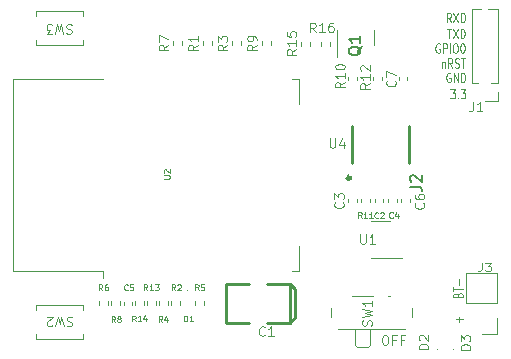
<source format=gbr>
%TF.GenerationSoftware,KiCad,Pcbnew,(6.0.2)*%
%TF.CreationDate,2022-02-22T23:34:33+08:00*%
%TF.ProjectId,screen,73637265-656e-42e6-9b69-6361645f7063,rev?*%
%TF.SameCoordinates,Original*%
%TF.FileFunction,Legend,Top*%
%TF.FilePolarity,Positive*%
%FSLAX46Y46*%
G04 Gerber Fmt 4.6, Leading zero omitted, Abs format (unit mm)*
G04 Created by KiCad (PCBNEW (6.0.2)) date 2022-02-22 23:34:33*
%MOMM*%
%LPD*%
G01*
G04 APERTURE LIST*
%ADD10C,0.100000*%
%ADD11C,0.150000*%
%ADD12C,0.120000*%
%ADD13C,0.254000*%
%ADD14C,0.300000*%
G04 APERTURE END LIST*
D10*
X134521428Y-43451904D02*
X134892857Y-43451904D01*
X134692857Y-43756666D01*
X134778571Y-43756666D01*
X134835714Y-43794761D01*
X134864285Y-43832857D01*
X134892857Y-43909047D01*
X134892857Y-44099523D01*
X134864285Y-44175714D01*
X134835714Y-44213809D01*
X134778571Y-44251904D01*
X134607142Y-44251904D01*
X134550000Y-44213809D01*
X134521428Y-44175714D01*
X135150000Y-44175714D02*
X135178571Y-44213809D01*
X135150000Y-44251904D01*
X135121428Y-44213809D01*
X135150000Y-44175714D01*
X135150000Y-44251904D01*
X135378571Y-43451904D02*
X135750000Y-43451904D01*
X135550000Y-43756666D01*
X135635714Y-43756666D01*
X135692857Y-43794761D01*
X135721428Y-43832857D01*
X135750000Y-43909047D01*
X135750000Y-44099523D01*
X135721428Y-44175714D01*
X135692857Y-44213809D01*
X135635714Y-44251904D01*
X135464285Y-44251904D01*
X135407142Y-44213809D01*
X135378571Y-44175714D01*
X135152857Y-60897142D02*
X135190952Y-60811428D01*
X135229047Y-60782857D01*
X135305238Y-60754285D01*
X135419523Y-60754285D01*
X135495714Y-60782857D01*
X135533809Y-60811428D01*
X135571904Y-60868571D01*
X135571904Y-61097142D01*
X134771904Y-61097142D01*
X134771904Y-60897142D01*
X134810000Y-60840000D01*
X134848095Y-60811428D01*
X134924285Y-60782857D01*
X135000476Y-60782857D01*
X135076666Y-60811428D01*
X135114761Y-60840000D01*
X135152857Y-60897142D01*
X135152857Y-61097142D01*
X134771904Y-60582857D02*
X134771904Y-60240000D01*
X135571904Y-60411428D02*
X134771904Y-60411428D01*
X135267142Y-60040000D02*
X135267142Y-59582857D01*
X128918095Y-64311904D02*
X129070476Y-64311904D01*
X129146666Y-64350000D01*
X129222857Y-64426190D01*
X129260952Y-64578571D01*
X129260952Y-64845238D01*
X129222857Y-64997619D01*
X129146666Y-65073809D01*
X129070476Y-65111904D01*
X128918095Y-65111904D01*
X128841904Y-65073809D01*
X128765714Y-64997619D01*
X128727619Y-64845238D01*
X128727619Y-64578571D01*
X128765714Y-64426190D01*
X128841904Y-64350000D01*
X128918095Y-64311904D01*
X129870476Y-64692857D02*
X129603809Y-64692857D01*
X129603809Y-65111904D02*
X129603809Y-64311904D01*
X129984761Y-64311904D01*
X130556190Y-64692857D02*
X130289523Y-64692857D01*
X130289523Y-65111904D02*
X130289523Y-64311904D01*
X130670476Y-64311904D01*
X134570000Y-37801904D02*
X134370000Y-37420952D01*
X134227142Y-37801904D02*
X134227142Y-37001904D01*
X134455714Y-37001904D01*
X134512857Y-37040000D01*
X134541428Y-37078095D01*
X134570000Y-37154285D01*
X134570000Y-37268571D01*
X134541428Y-37344761D01*
X134512857Y-37382857D01*
X134455714Y-37420952D01*
X134227142Y-37420952D01*
X134770000Y-37001904D02*
X135170000Y-37801904D01*
X135170000Y-37001904D02*
X134770000Y-37801904D01*
X135398571Y-37801904D02*
X135398571Y-37001904D01*
X135541428Y-37001904D01*
X135627142Y-37040000D01*
X135684285Y-37116190D01*
X135712857Y-37192380D01*
X135741428Y-37344761D01*
X135741428Y-37459047D01*
X135712857Y-37611428D01*
X135684285Y-37687619D01*
X135627142Y-37763809D01*
X135541428Y-37801904D01*
X135398571Y-37801904D01*
X135267142Y-63188571D02*
X135267142Y-62731428D01*
X135571904Y-62960000D02*
X134962380Y-62960000D01*
X133787142Y-41128571D02*
X133787142Y-41661904D01*
X133787142Y-41204761D02*
X133815714Y-41166666D01*
X133872857Y-41128571D01*
X133958571Y-41128571D01*
X134015714Y-41166666D01*
X134044285Y-41242857D01*
X134044285Y-41661904D01*
X134672857Y-41661904D02*
X134472857Y-41280952D01*
X134330000Y-41661904D02*
X134330000Y-40861904D01*
X134558571Y-40861904D01*
X134615714Y-40900000D01*
X134644285Y-40938095D01*
X134672857Y-41014285D01*
X134672857Y-41128571D01*
X134644285Y-41204761D01*
X134615714Y-41242857D01*
X134558571Y-41280952D01*
X134330000Y-41280952D01*
X134901428Y-41623809D02*
X134987142Y-41661904D01*
X135130000Y-41661904D01*
X135187142Y-41623809D01*
X135215714Y-41585714D01*
X135244285Y-41509523D01*
X135244285Y-41433333D01*
X135215714Y-41357142D01*
X135187142Y-41319047D01*
X135130000Y-41280952D01*
X135015714Y-41242857D01*
X134958571Y-41204761D01*
X134930000Y-41166666D01*
X134901428Y-41090476D01*
X134901428Y-41014285D01*
X134930000Y-40938095D01*
X134958571Y-40900000D01*
X135015714Y-40861904D01*
X135158571Y-40861904D01*
X135244285Y-40900000D01*
X135415714Y-40861904D02*
X135758571Y-40861904D01*
X135587142Y-41661904D02*
X135587142Y-40861904D01*
X134262857Y-38371904D02*
X134605714Y-38371904D01*
X134434285Y-39171904D02*
X134434285Y-38371904D01*
X134748571Y-38371904D02*
X135148571Y-39171904D01*
X135148571Y-38371904D02*
X134748571Y-39171904D01*
X135377142Y-39171904D02*
X135377142Y-38371904D01*
X135520000Y-38371904D01*
X135605714Y-38410000D01*
X135662857Y-38486190D01*
X135691428Y-38562380D01*
X135720000Y-38714761D01*
X135720000Y-38829047D01*
X135691428Y-38981428D01*
X135662857Y-39057619D01*
X135605714Y-39133809D01*
X135520000Y-39171904D01*
X135377142Y-39171904D01*
X133594285Y-39640000D02*
X133537142Y-39601904D01*
X133451428Y-39601904D01*
X133365714Y-39640000D01*
X133308571Y-39716190D01*
X133280000Y-39792380D01*
X133251428Y-39944761D01*
X133251428Y-40059047D01*
X133280000Y-40211428D01*
X133308571Y-40287619D01*
X133365714Y-40363809D01*
X133451428Y-40401904D01*
X133508571Y-40401904D01*
X133594285Y-40363809D01*
X133622857Y-40325714D01*
X133622857Y-40059047D01*
X133508571Y-40059047D01*
X133880000Y-40401904D02*
X133880000Y-39601904D01*
X134108571Y-39601904D01*
X134165714Y-39640000D01*
X134194285Y-39678095D01*
X134222857Y-39754285D01*
X134222857Y-39868571D01*
X134194285Y-39944761D01*
X134165714Y-39982857D01*
X134108571Y-40020952D01*
X133880000Y-40020952D01*
X134480000Y-40401904D02*
X134480000Y-39601904D01*
X134880000Y-39601904D02*
X134994285Y-39601904D01*
X135051428Y-39640000D01*
X135108571Y-39716190D01*
X135137142Y-39868571D01*
X135137142Y-40135238D01*
X135108571Y-40287619D01*
X135051428Y-40363809D01*
X134994285Y-40401904D01*
X134880000Y-40401904D01*
X134822857Y-40363809D01*
X134765714Y-40287619D01*
X134737142Y-40135238D01*
X134737142Y-39868571D01*
X134765714Y-39716190D01*
X134822857Y-39640000D01*
X134880000Y-39601904D01*
X135508571Y-39601904D02*
X135565714Y-39601904D01*
X135622857Y-39640000D01*
X135651428Y-39678095D01*
X135680000Y-39754285D01*
X135708571Y-39906666D01*
X135708571Y-40097142D01*
X135680000Y-40249523D01*
X135651428Y-40325714D01*
X135622857Y-40363809D01*
X135565714Y-40401904D01*
X135508571Y-40401904D01*
X135451428Y-40363809D01*
X135422857Y-40325714D01*
X135394285Y-40249523D01*
X135365714Y-40097142D01*
X135365714Y-39906666D01*
X135394285Y-39754285D01*
X135422857Y-39678095D01*
X135451428Y-39640000D01*
X135508571Y-39601904D01*
X134502857Y-42130000D02*
X134445714Y-42091904D01*
X134360000Y-42091904D01*
X134274285Y-42130000D01*
X134217142Y-42206190D01*
X134188571Y-42282380D01*
X134160000Y-42434761D01*
X134160000Y-42549047D01*
X134188571Y-42701428D01*
X134217142Y-42777619D01*
X134274285Y-42853809D01*
X134360000Y-42891904D01*
X134417142Y-42891904D01*
X134502857Y-42853809D01*
X134531428Y-42815714D01*
X134531428Y-42549047D01*
X134417142Y-42549047D01*
X134788571Y-42891904D02*
X134788571Y-42091904D01*
X135131428Y-42891904D01*
X135131428Y-42091904D01*
X135417142Y-42891904D02*
X135417142Y-42091904D01*
X135560000Y-42091904D01*
X135645714Y-42130000D01*
X135702857Y-42206190D01*
X135731428Y-42282380D01*
X135760000Y-42434761D01*
X135760000Y-42549047D01*
X135731428Y-42701428D01*
X135702857Y-42777619D01*
X135645714Y-42853809D01*
X135560000Y-42891904D01*
X135417142Y-42891904D01*
%TO.C,U2*%
X110256190Y-51050952D02*
X110660952Y-51050952D01*
X110708571Y-51027142D01*
X110732380Y-51003333D01*
X110756190Y-50955714D01*
X110756190Y-50860476D01*
X110732380Y-50812857D01*
X110708571Y-50789047D01*
X110660952Y-50765238D01*
X110256190Y-50765238D01*
X110303809Y-50550952D02*
X110280000Y-50527142D01*
X110256190Y-50479523D01*
X110256190Y-50360476D01*
X110280000Y-50312857D01*
X110303809Y-50289047D01*
X110351428Y-50265238D01*
X110399047Y-50265238D01*
X110470476Y-50289047D01*
X110756190Y-50574761D01*
X110756190Y-50265238D01*
D11*
%TO.C,Q1*%
X126987619Y-39855238D02*
X126940000Y-39950476D01*
X126844761Y-40045714D01*
X126701904Y-40188571D01*
X126654285Y-40283809D01*
X126654285Y-40379047D01*
X126892380Y-40331428D02*
X126844761Y-40426666D01*
X126749523Y-40521904D01*
X126559047Y-40569523D01*
X126225714Y-40569523D01*
X126035238Y-40521904D01*
X125940000Y-40426666D01*
X125892380Y-40331428D01*
X125892380Y-40140952D01*
X125940000Y-40045714D01*
X126035238Y-39950476D01*
X126225714Y-39902857D01*
X126559047Y-39902857D01*
X126749523Y-39950476D01*
X126844761Y-40045714D01*
X126892380Y-40140952D01*
X126892380Y-40331428D01*
X126892380Y-38950476D02*
X126892380Y-39521904D01*
X126892380Y-39236190D02*
X125892380Y-39236190D01*
X126035238Y-39331428D01*
X126130476Y-39426666D01*
X126178095Y-39521904D01*
D10*
%TO.C,R16*%
X123095714Y-38641904D02*
X122829047Y-38260952D01*
X122638571Y-38641904D02*
X122638571Y-37841904D01*
X122943333Y-37841904D01*
X123019523Y-37880000D01*
X123057619Y-37918095D01*
X123095714Y-37994285D01*
X123095714Y-38108571D01*
X123057619Y-38184761D01*
X123019523Y-38222857D01*
X122943333Y-38260952D01*
X122638571Y-38260952D01*
X123857619Y-38641904D02*
X123400476Y-38641904D01*
X123629047Y-38641904D02*
X123629047Y-37841904D01*
X123552857Y-37956190D01*
X123476666Y-38032380D01*
X123400476Y-38070476D01*
X124543333Y-37841904D02*
X124390952Y-37841904D01*
X124314761Y-37880000D01*
X124276666Y-37918095D01*
X124200476Y-38032380D01*
X124162380Y-38184761D01*
X124162380Y-38489523D01*
X124200476Y-38565714D01*
X124238571Y-38603809D01*
X124314761Y-38641904D01*
X124467142Y-38641904D01*
X124543333Y-38603809D01*
X124581428Y-38565714D01*
X124619523Y-38489523D01*
X124619523Y-38299047D01*
X124581428Y-38222857D01*
X124543333Y-38184761D01*
X124467142Y-38146666D01*
X124314761Y-38146666D01*
X124238571Y-38184761D01*
X124200476Y-38222857D01*
X124162380Y-38299047D01*
%TO.C,R15*%
X121451904Y-40084285D02*
X121070952Y-40350952D01*
X121451904Y-40541428D02*
X120651904Y-40541428D01*
X120651904Y-40236666D01*
X120690000Y-40160476D01*
X120728095Y-40122380D01*
X120804285Y-40084285D01*
X120918571Y-40084285D01*
X120994761Y-40122380D01*
X121032857Y-40160476D01*
X121070952Y-40236666D01*
X121070952Y-40541428D01*
X121451904Y-39322380D02*
X121451904Y-39779523D01*
X121451904Y-39550952D02*
X120651904Y-39550952D01*
X120766190Y-39627142D01*
X120842380Y-39703333D01*
X120880476Y-39779523D01*
X120651904Y-38598571D02*
X120651904Y-38979523D01*
X121032857Y-39017619D01*
X120994761Y-38979523D01*
X120956666Y-38903333D01*
X120956666Y-38712857D01*
X120994761Y-38636666D01*
X121032857Y-38598571D01*
X121109047Y-38560476D01*
X121299523Y-38560476D01*
X121375714Y-38598571D01*
X121413809Y-38636666D01*
X121451904Y-38712857D01*
X121451904Y-38903333D01*
X121413809Y-38979523D01*
X121375714Y-39017619D01*
%TO.C,C4*%
X129636666Y-54328571D02*
X129612857Y-54352380D01*
X129541428Y-54376190D01*
X129493809Y-54376190D01*
X129422380Y-54352380D01*
X129374761Y-54304761D01*
X129350952Y-54257142D01*
X129327142Y-54161904D01*
X129327142Y-54090476D01*
X129350952Y-53995238D01*
X129374761Y-53947619D01*
X129422380Y-53900000D01*
X129493809Y-53876190D01*
X129541428Y-53876190D01*
X129612857Y-53900000D01*
X129636666Y-53923809D01*
X130065238Y-54042857D02*
X130065238Y-54376190D01*
X129946190Y-53852380D02*
X129827142Y-54209523D01*
X130136666Y-54209523D01*
%TO.C,R12*%
X127691904Y-42964285D02*
X127310952Y-43230952D01*
X127691904Y-43421428D02*
X126891904Y-43421428D01*
X126891904Y-43116666D01*
X126930000Y-43040476D01*
X126968095Y-43002380D01*
X127044285Y-42964285D01*
X127158571Y-42964285D01*
X127234761Y-43002380D01*
X127272857Y-43040476D01*
X127310952Y-43116666D01*
X127310952Y-43421428D01*
X127691904Y-42202380D02*
X127691904Y-42659523D01*
X127691904Y-42430952D02*
X126891904Y-42430952D01*
X127006190Y-42507142D01*
X127082380Y-42583333D01*
X127120476Y-42659523D01*
X126968095Y-41897619D02*
X126930000Y-41859523D01*
X126891904Y-41783333D01*
X126891904Y-41592857D01*
X126930000Y-41516666D01*
X126968095Y-41478571D01*
X127044285Y-41440476D01*
X127120476Y-41440476D01*
X127234761Y-41478571D01*
X127691904Y-41935714D01*
X127691904Y-41440476D01*
%TO.C,U4*%
X124310476Y-47641904D02*
X124310476Y-48289523D01*
X124348571Y-48365714D01*
X124386666Y-48403809D01*
X124462857Y-48441904D01*
X124615238Y-48441904D01*
X124691428Y-48403809D01*
X124729523Y-48365714D01*
X124767619Y-48289523D01*
X124767619Y-47641904D01*
X125491428Y-47908571D02*
X125491428Y-48441904D01*
X125300952Y-47603809D02*
X125110476Y-48175238D01*
X125605714Y-48175238D01*
%TO.C,R8*%
X106116666Y-63206190D02*
X105950000Y-62968095D01*
X105830952Y-63206190D02*
X105830952Y-62706190D01*
X106021428Y-62706190D01*
X106069047Y-62730000D01*
X106092857Y-62753809D01*
X106116666Y-62801428D01*
X106116666Y-62872857D01*
X106092857Y-62920476D01*
X106069047Y-62944285D01*
X106021428Y-62968095D01*
X105830952Y-62968095D01*
X106402380Y-62920476D02*
X106354761Y-62896666D01*
X106330952Y-62872857D01*
X106307142Y-62825238D01*
X106307142Y-62801428D01*
X106330952Y-62753809D01*
X106354761Y-62730000D01*
X106402380Y-62706190D01*
X106497619Y-62706190D01*
X106545238Y-62730000D01*
X106569047Y-62753809D01*
X106592857Y-62801428D01*
X106592857Y-62825238D01*
X106569047Y-62872857D01*
X106545238Y-62896666D01*
X106497619Y-62920476D01*
X106402380Y-62920476D01*
X106354761Y-62944285D01*
X106330952Y-62968095D01*
X106307142Y-63015714D01*
X106307142Y-63110952D01*
X106330952Y-63158571D01*
X106354761Y-63182380D01*
X106402380Y-63206190D01*
X106497619Y-63206190D01*
X106545238Y-63182380D01*
X106569047Y-63158571D01*
X106592857Y-63110952D01*
X106592857Y-63015714D01*
X106569047Y-62968095D01*
X106545238Y-62944285D01*
X106497619Y-62920476D01*
%TO.C,J1*%
X136423333Y-44521904D02*
X136423333Y-45093333D01*
X136385238Y-45207619D01*
X136309047Y-45283809D01*
X136194761Y-45321904D01*
X136118571Y-45321904D01*
X137223333Y-45321904D02*
X136766190Y-45321904D01*
X136994761Y-45321904D02*
X136994761Y-44521904D01*
X136918571Y-44636190D01*
X136842380Y-44712380D01*
X136766190Y-44750476D01*
%TO.C,D3*%
X136191904Y-65540476D02*
X135391904Y-65540476D01*
X135391904Y-65350000D01*
X135430000Y-65235714D01*
X135506190Y-65159523D01*
X135582380Y-65121428D01*
X135734761Y-65083333D01*
X135849047Y-65083333D01*
X136001428Y-65121428D01*
X136077619Y-65159523D01*
X136153809Y-65235714D01*
X136191904Y-65350000D01*
X136191904Y-65540476D01*
X135391904Y-64816666D02*
X135391904Y-64321428D01*
X135696666Y-64588095D01*
X135696666Y-64473809D01*
X135734761Y-64397619D01*
X135772857Y-64359523D01*
X135849047Y-64321428D01*
X136039523Y-64321428D01*
X136115714Y-64359523D01*
X136153809Y-64397619D01*
X136191904Y-64473809D01*
X136191904Y-64702380D01*
X136153809Y-64778571D01*
X136115714Y-64816666D01*
%TO.C,C7*%
X129825714Y-42743333D02*
X129863809Y-42781428D01*
X129901904Y-42895714D01*
X129901904Y-42971904D01*
X129863809Y-43086190D01*
X129787619Y-43162380D01*
X129711428Y-43200476D01*
X129559047Y-43238571D01*
X129444761Y-43238571D01*
X129292380Y-43200476D01*
X129216190Y-43162380D01*
X129140000Y-43086190D01*
X129101904Y-42971904D01*
X129101904Y-42895714D01*
X129140000Y-42781428D01*
X129178095Y-42743333D01*
X129101904Y-42476666D02*
X129101904Y-41943333D01*
X129901904Y-42286190D01*
%TO.C,C3*%
X125405714Y-53063333D02*
X125443809Y-53101428D01*
X125481904Y-53215714D01*
X125481904Y-53291904D01*
X125443809Y-53406190D01*
X125367619Y-53482380D01*
X125291428Y-53520476D01*
X125139047Y-53558571D01*
X125024761Y-53558571D01*
X124872380Y-53520476D01*
X124796190Y-53482380D01*
X124720000Y-53406190D01*
X124681904Y-53291904D01*
X124681904Y-53215714D01*
X124720000Y-53101428D01*
X124758095Y-53063333D01*
X124681904Y-52796666D02*
X124681904Y-52301428D01*
X124986666Y-52568095D01*
X124986666Y-52453809D01*
X125024761Y-52377619D01*
X125062857Y-52339523D01*
X125139047Y-52301428D01*
X125329523Y-52301428D01*
X125405714Y-52339523D01*
X125443809Y-52377619D01*
X125481904Y-52453809D01*
X125481904Y-52682380D01*
X125443809Y-52758571D01*
X125405714Y-52796666D01*
D11*
%TO.C,J2*%
X131102380Y-51733333D02*
X131816666Y-51733333D01*
X131959523Y-51780952D01*
X132054761Y-51876190D01*
X132102380Y-52019047D01*
X132102380Y-52114285D01*
X131197619Y-51304761D02*
X131150000Y-51257142D01*
X131102380Y-51161904D01*
X131102380Y-50923809D01*
X131150000Y-50828571D01*
X131197619Y-50780952D01*
X131292857Y-50733333D01*
X131388095Y-50733333D01*
X131530952Y-50780952D01*
X132102380Y-51352380D01*
X132102380Y-50733333D01*
D10*
%TO.C,D2*%
X132641904Y-65490476D02*
X131841904Y-65490476D01*
X131841904Y-65300000D01*
X131880000Y-65185714D01*
X131956190Y-65109523D01*
X132032380Y-65071428D01*
X132184761Y-65033333D01*
X132299047Y-65033333D01*
X132451428Y-65071428D01*
X132527619Y-65109523D01*
X132603809Y-65185714D01*
X132641904Y-65300000D01*
X132641904Y-65490476D01*
X131918095Y-64728571D02*
X131880000Y-64690476D01*
X131841904Y-64614285D01*
X131841904Y-64423809D01*
X131880000Y-64347619D01*
X131918095Y-64309523D01*
X131994285Y-64271428D01*
X132070476Y-64271428D01*
X132184761Y-64309523D01*
X132641904Y-64766666D01*
X132641904Y-64271428D01*
%TO.C,C6*%
X132205714Y-53083333D02*
X132243809Y-53121428D01*
X132281904Y-53235714D01*
X132281904Y-53311904D01*
X132243809Y-53426190D01*
X132167619Y-53502380D01*
X132091428Y-53540476D01*
X131939047Y-53578571D01*
X131824761Y-53578571D01*
X131672380Y-53540476D01*
X131596190Y-53502380D01*
X131520000Y-53426190D01*
X131481904Y-53311904D01*
X131481904Y-53235714D01*
X131520000Y-53121428D01*
X131558095Y-53083333D01*
X131481904Y-52397619D02*
X131481904Y-52550000D01*
X131520000Y-52626190D01*
X131558095Y-52664285D01*
X131672380Y-52740476D01*
X131824761Y-52778571D01*
X132129523Y-52778571D01*
X132205714Y-52740476D01*
X132243809Y-52702380D01*
X132281904Y-52626190D01*
X132281904Y-52473809D01*
X132243809Y-52397619D01*
X132205714Y-52359523D01*
X132129523Y-52321428D01*
X131939047Y-52321428D01*
X131862857Y-52359523D01*
X131824761Y-52397619D01*
X131786666Y-52473809D01*
X131786666Y-52626190D01*
X131824761Y-52702380D01*
X131862857Y-52740476D01*
X131939047Y-52778571D01*
%TO.C,R7*%
X110611904Y-39713333D02*
X110230952Y-39980000D01*
X110611904Y-40170476D02*
X109811904Y-40170476D01*
X109811904Y-39865714D01*
X109850000Y-39789523D01*
X109888095Y-39751428D01*
X109964285Y-39713333D01*
X110078571Y-39713333D01*
X110154761Y-39751428D01*
X110192857Y-39789523D01*
X110230952Y-39865714D01*
X110230952Y-40170476D01*
X109811904Y-39446666D02*
X109811904Y-38913333D01*
X110611904Y-39256190D01*
%TO.C,R10*%
X125556904Y-42869285D02*
X125175952Y-43135952D01*
X125556904Y-43326428D02*
X124756904Y-43326428D01*
X124756904Y-43021666D01*
X124795000Y-42945476D01*
X124833095Y-42907380D01*
X124909285Y-42869285D01*
X125023571Y-42869285D01*
X125099761Y-42907380D01*
X125137857Y-42945476D01*
X125175952Y-43021666D01*
X125175952Y-43326428D01*
X125556904Y-42107380D02*
X125556904Y-42564523D01*
X125556904Y-42335952D02*
X124756904Y-42335952D01*
X124871190Y-42412142D01*
X124947380Y-42488333D01*
X124985476Y-42564523D01*
X124756904Y-41612142D02*
X124756904Y-41535952D01*
X124795000Y-41459761D01*
X124833095Y-41421666D01*
X124909285Y-41383571D01*
X125061666Y-41345476D01*
X125252142Y-41345476D01*
X125404523Y-41383571D01*
X125480714Y-41421666D01*
X125518809Y-41459761D01*
X125556904Y-41535952D01*
X125556904Y-41612142D01*
X125518809Y-41688333D01*
X125480714Y-41726428D01*
X125404523Y-41764523D01*
X125252142Y-41802619D01*
X125061666Y-41802619D01*
X124909285Y-41764523D01*
X124833095Y-41726428D01*
X124795000Y-41688333D01*
X124756904Y-41612142D01*
%TO.C,R2*%
X111216666Y-60486190D02*
X111050000Y-60248095D01*
X110930952Y-60486190D02*
X110930952Y-59986190D01*
X111121428Y-59986190D01*
X111169047Y-60010000D01*
X111192857Y-60033809D01*
X111216666Y-60081428D01*
X111216666Y-60152857D01*
X111192857Y-60200476D01*
X111169047Y-60224285D01*
X111121428Y-60248095D01*
X110930952Y-60248095D01*
X111407142Y-60033809D02*
X111430952Y-60010000D01*
X111478571Y-59986190D01*
X111597619Y-59986190D01*
X111645238Y-60010000D01*
X111669047Y-60033809D01*
X111692857Y-60081428D01*
X111692857Y-60129047D01*
X111669047Y-60200476D01*
X111383333Y-60486190D01*
X111692857Y-60486190D01*
%TO.C,R1*%
X113111904Y-39713333D02*
X112730952Y-39980000D01*
X113111904Y-40170476D02*
X112311904Y-40170476D01*
X112311904Y-39865714D01*
X112350000Y-39789523D01*
X112388095Y-39751428D01*
X112464285Y-39713333D01*
X112578571Y-39713333D01*
X112654761Y-39751428D01*
X112692857Y-39789523D01*
X112730952Y-39865714D01*
X112730952Y-40170476D01*
X113111904Y-38951428D02*
X113111904Y-39408571D01*
X113111904Y-39180000D02*
X112311904Y-39180000D01*
X112426190Y-39256190D01*
X112502380Y-39332380D01*
X112540476Y-39408571D01*
%TO.C,C1*%
X118806666Y-64285714D02*
X118768571Y-64323809D01*
X118654285Y-64361904D01*
X118578095Y-64361904D01*
X118463809Y-64323809D01*
X118387619Y-64247619D01*
X118349523Y-64171428D01*
X118311428Y-64019047D01*
X118311428Y-63904761D01*
X118349523Y-63752380D01*
X118387619Y-63676190D01*
X118463809Y-63600000D01*
X118578095Y-63561904D01*
X118654285Y-63561904D01*
X118768571Y-63600000D01*
X118806666Y-63638095D01*
X119568571Y-64361904D02*
X119111428Y-64361904D01*
X119340000Y-64361904D02*
X119340000Y-63561904D01*
X119263809Y-63676190D01*
X119187619Y-63752380D01*
X119111428Y-63790476D01*
%TO.C,R11*%
X126988571Y-54386190D02*
X126821904Y-54148095D01*
X126702857Y-54386190D02*
X126702857Y-53886190D01*
X126893333Y-53886190D01*
X126940952Y-53910000D01*
X126964761Y-53933809D01*
X126988571Y-53981428D01*
X126988571Y-54052857D01*
X126964761Y-54100476D01*
X126940952Y-54124285D01*
X126893333Y-54148095D01*
X126702857Y-54148095D01*
X127464761Y-54386190D02*
X127179047Y-54386190D01*
X127321904Y-54386190D02*
X127321904Y-53886190D01*
X127274285Y-53957619D01*
X127226666Y-54005238D01*
X127179047Y-54029047D01*
X127940952Y-54386190D02*
X127655238Y-54386190D01*
X127798095Y-54386190D02*
X127798095Y-53886190D01*
X127750476Y-53957619D01*
X127702857Y-54005238D01*
X127655238Y-54029047D01*
%TO.C,SW1*%
X127813809Y-63496666D02*
X127851904Y-63382380D01*
X127851904Y-63191904D01*
X127813809Y-63115714D01*
X127775714Y-63077619D01*
X127699523Y-63039523D01*
X127623333Y-63039523D01*
X127547142Y-63077619D01*
X127509047Y-63115714D01*
X127470952Y-63191904D01*
X127432857Y-63344285D01*
X127394761Y-63420476D01*
X127356666Y-63458571D01*
X127280476Y-63496666D01*
X127204285Y-63496666D01*
X127128095Y-63458571D01*
X127090000Y-63420476D01*
X127051904Y-63344285D01*
X127051904Y-63153809D01*
X127090000Y-63039523D01*
X127051904Y-62772857D02*
X127851904Y-62582380D01*
X127280476Y-62430000D01*
X127851904Y-62277619D01*
X127051904Y-62087142D01*
X127851904Y-61363333D02*
X127851904Y-61820476D01*
X127851904Y-61591904D02*
X127051904Y-61591904D01*
X127166190Y-61668095D01*
X127242380Y-61744285D01*
X127280476Y-61820476D01*
%TO.C,R4*%
X110116666Y-63156190D02*
X109950000Y-62918095D01*
X109830952Y-63156190D02*
X109830952Y-62656190D01*
X110021428Y-62656190D01*
X110069047Y-62680000D01*
X110092857Y-62703809D01*
X110116666Y-62751428D01*
X110116666Y-62822857D01*
X110092857Y-62870476D01*
X110069047Y-62894285D01*
X110021428Y-62918095D01*
X109830952Y-62918095D01*
X110545238Y-62822857D02*
X110545238Y-63156190D01*
X110426190Y-62632380D02*
X110307142Y-62989523D01*
X110616666Y-62989523D01*
%TO.C,J3*%
X137173333Y-58156666D02*
X137173333Y-58656666D01*
X137135238Y-58756666D01*
X137059047Y-58823333D01*
X136944761Y-58856666D01*
X136868571Y-58856666D01*
X137478095Y-58156666D02*
X137973333Y-58156666D01*
X137706666Y-58423333D01*
X137820952Y-58423333D01*
X137897142Y-58456666D01*
X137935238Y-58490000D01*
X137973333Y-58556666D01*
X137973333Y-58723333D01*
X137935238Y-58790000D01*
X137897142Y-58823333D01*
X137820952Y-58856666D01*
X137592380Y-58856666D01*
X137516190Y-58823333D01*
X137478095Y-58790000D01*
%TO.C,SW3*%
X102451666Y-38026190D02*
X102337380Y-37988095D01*
X102146904Y-37988095D01*
X102070714Y-38026190D01*
X102032619Y-38064285D01*
X101994523Y-38140476D01*
X101994523Y-38216666D01*
X102032619Y-38292857D01*
X102070714Y-38330952D01*
X102146904Y-38369047D01*
X102299285Y-38407142D01*
X102375476Y-38445238D01*
X102413571Y-38483333D01*
X102451666Y-38559523D01*
X102451666Y-38635714D01*
X102413571Y-38711904D01*
X102375476Y-38750000D01*
X102299285Y-38788095D01*
X102108809Y-38788095D01*
X101994523Y-38750000D01*
X101727857Y-38788095D02*
X101537380Y-37988095D01*
X101385000Y-38559523D01*
X101232619Y-37988095D01*
X101042142Y-38788095D01*
X100813571Y-38788095D02*
X100318333Y-38788095D01*
X100585000Y-38483333D01*
X100470714Y-38483333D01*
X100394523Y-38445238D01*
X100356428Y-38407142D01*
X100318333Y-38330952D01*
X100318333Y-38140476D01*
X100356428Y-38064285D01*
X100394523Y-38026190D01*
X100470714Y-37988095D01*
X100699285Y-37988095D01*
X100775476Y-38026190D01*
X100813571Y-38064285D01*
%TO.C,R3*%
X115611904Y-39713333D02*
X115230952Y-39980000D01*
X115611904Y-40170476D02*
X114811904Y-40170476D01*
X114811904Y-39865714D01*
X114850000Y-39789523D01*
X114888095Y-39751428D01*
X114964285Y-39713333D01*
X115078571Y-39713333D01*
X115154761Y-39751428D01*
X115192857Y-39789523D01*
X115230952Y-39865714D01*
X115230952Y-40170476D01*
X114811904Y-39446666D02*
X114811904Y-38951428D01*
X115116666Y-39218095D01*
X115116666Y-39103809D01*
X115154761Y-39027619D01*
X115192857Y-38989523D01*
X115269047Y-38951428D01*
X115459523Y-38951428D01*
X115535714Y-38989523D01*
X115573809Y-39027619D01*
X115611904Y-39103809D01*
X115611904Y-39332380D01*
X115573809Y-39408571D01*
X115535714Y-39446666D01*
%TO.C,R13*%
X108848571Y-60486190D02*
X108681904Y-60248095D01*
X108562857Y-60486190D02*
X108562857Y-59986190D01*
X108753333Y-59986190D01*
X108800952Y-60010000D01*
X108824761Y-60033809D01*
X108848571Y-60081428D01*
X108848571Y-60152857D01*
X108824761Y-60200476D01*
X108800952Y-60224285D01*
X108753333Y-60248095D01*
X108562857Y-60248095D01*
X109324761Y-60486190D02*
X109039047Y-60486190D01*
X109181904Y-60486190D02*
X109181904Y-59986190D01*
X109134285Y-60057619D01*
X109086666Y-60105238D01*
X109039047Y-60129047D01*
X109491428Y-59986190D02*
X109800952Y-59986190D01*
X109634285Y-60176666D01*
X109705714Y-60176666D01*
X109753333Y-60200476D01*
X109777142Y-60224285D01*
X109800952Y-60271904D01*
X109800952Y-60390952D01*
X109777142Y-60438571D01*
X109753333Y-60462380D01*
X109705714Y-60486190D01*
X109562857Y-60486190D01*
X109515238Y-60462380D01*
X109491428Y-60438571D01*
%TO.C,SW2*%
X102486666Y-62776190D02*
X102372380Y-62738095D01*
X102181904Y-62738095D01*
X102105714Y-62776190D01*
X102067619Y-62814285D01*
X102029523Y-62890476D01*
X102029523Y-62966666D01*
X102067619Y-63042857D01*
X102105714Y-63080952D01*
X102181904Y-63119047D01*
X102334285Y-63157142D01*
X102410476Y-63195238D01*
X102448571Y-63233333D01*
X102486666Y-63309523D01*
X102486666Y-63385714D01*
X102448571Y-63461904D01*
X102410476Y-63500000D01*
X102334285Y-63538095D01*
X102143809Y-63538095D01*
X102029523Y-63500000D01*
X101762857Y-63538095D02*
X101572380Y-62738095D01*
X101420000Y-63309523D01*
X101267619Y-62738095D01*
X101077142Y-63538095D01*
X100810476Y-63461904D02*
X100772380Y-63500000D01*
X100696190Y-63538095D01*
X100505714Y-63538095D01*
X100429523Y-63500000D01*
X100391428Y-63461904D01*
X100353333Y-63385714D01*
X100353333Y-63309523D01*
X100391428Y-63195238D01*
X100848571Y-62738095D01*
X100353333Y-62738095D01*
%TO.C,R9*%
X118111904Y-39713333D02*
X117730952Y-39980000D01*
X118111904Y-40170476D02*
X117311904Y-40170476D01*
X117311904Y-39865714D01*
X117350000Y-39789523D01*
X117388095Y-39751428D01*
X117464285Y-39713333D01*
X117578571Y-39713333D01*
X117654761Y-39751428D01*
X117692857Y-39789523D01*
X117730952Y-39865714D01*
X117730952Y-40170476D01*
X118111904Y-39332380D02*
X118111904Y-39180000D01*
X118073809Y-39103809D01*
X118035714Y-39065714D01*
X117921428Y-38989523D01*
X117769047Y-38951428D01*
X117464285Y-38951428D01*
X117388095Y-38989523D01*
X117350000Y-39027619D01*
X117311904Y-39103809D01*
X117311904Y-39256190D01*
X117350000Y-39332380D01*
X117388095Y-39370476D01*
X117464285Y-39408571D01*
X117654761Y-39408571D01*
X117730952Y-39370476D01*
X117769047Y-39332380D01*
X117807142Y-39256190D01*
X117807142Y-39103809D01*
X117769047Y-39027619D01*
X117730952Y-38989523D01*
X117654761Y-38951428D01*
%TO.C,U1*%
X126880476Y-55761904D02*
X126880476Y-56409523D01*
X126918571Y-56485714D01*
X126956666Y-56523809D01*
X127032857Y-56561904D01*
X127185238Y-56561904D01*
X127261428Y-56523809D01*
X127299523Y-56485714D01*
X127337619Y-56409523D01*
X127337619Y-55761904D01*
X128137619Y-56561904D02*
X127680476Y-56561904D01*
X127909047Y-56561904D02*
X127909047Y-55761904D01*
X127832857Y-55876190D01*
X127756666Y-55952380D01*
X127680476Y-55990476D01*
%TO.C,C2*%
X128386666Y-54348571D02*
X128362857Y-54372380D01*
X128291428Y-54396190D01*
X128243809Y-54396190D01*
X128172380Y-54372380D01*
X128124761Y-54324761D01*
X128100952Y-54277142D01*
X128077142Y-54181904D01*
X128077142Y-54110476D01*
X128100952Y-54015238D01*
X128124761Y-53967619D01*
X128172380Y-53920000D01*
X128243809Y-53896190D01*
X128291428Y-53896190D01*
X128362857Y-53920000D01*
X128386666Y-53943809D01*
X128577142Y-53943809D02*
X128600952Y-53920000D01*
X128648571Y-53896190D01*
X128767619Y-53896190D01*
X128815238Y-53920000D01*
X128839047Y-53943809D01*
X128862857Y-53991428D01*
X128862857Y-54039047D01*
X128839047Y-54110476D01*
X128553333Y-54396190D01*
X128862857Y-54396190D01*
%TO.C,R5*%
X113186666Y-60486190D02*
X113020000Y-60248095D01*
X112900952Y-60486190D02*
X112900952Y-59986190D01*
X113091428Y-59986190D01*
X113139047Y-60010000D01*
X113162857Y-60033809D01*
X113186666Y-60081428D01*
X113186666Y-60152857D01*
X113162857Y-60200476D01*
X113139047Y-60224285D01*
X113091428Y-60248095D01*
X112900952Y-60248095D01*
X113639047Y-59986190D02*
X113400952Y-59986190D01*
X113377142Y-60224285D01*
X113400952Y-60200476D01*
X113448571Y-60176666D01*
X113567619Y-60176666D01*
X113615238Y-60200476D01*
X113639047Y-60224285D01*
X113662857Y-60271904D01*
X113662857Y-60390952D01*
X113639047Y-60438571D01*
X113615238Y-60462380D01*
X113567619Y-60486190D01*
X113448571Y-60486190D01*
X113400952Y-60462380D01*
X113377142Y-60438571D01*
%TO.C,D1*%
X111960952Y-63136190D02*
X111960952Y-62636190D01*
X112080000Y-62636190D01*
X112151428Y-62660000D01*
X112199047Y-62707619D01*
X112222857Y-62755238D01*
X112246666Y-62850476D01*
X112246666Y-62921904D01*
X112222857Y-63017142D01*
X112199047Y-63064761D01*
X112151428Y-63112380D01*
X112080000Y-63136190D01*
X111960952Y-63136190D01*
X112722857Y-63136190D02*
X112437142Y-63136190D01*
X112580000Y-63136190D02*
X112580000Y-62636190D01*
X112532380Y-62707619D01*
X112484761Y-62755238D01*
X112437142Y-62779047D01*
%TO.C,C5*%
X107186666Y-60438571D02*
X107162857Y-60462380D01*
X107091428Y-60486190D01*
X107043809Y-60486190D01*
X106972380Y-60462380D01*
X106924761Y-60414761D01*
X106900952Y-60367142D01*
X106877142Y-60271904D01*
X106877142Y-60200476D01*
X106900952Y-60105238D01*
X106924761Y-60057619D01*
X106972380Y-60010000D01*
X107043809Y-59986190D01*
X107091428Y-59986190D01*
X107162857Y-60010000D01*
X107186666Y-60033809D01*
X107639047Y-59986190D02*
X107400952Y-59986190D01*
X107377142Y-60224285D01*
X107400952Y-60200476D01*
X107448571Y-60176666D01*
X107567619Y-60176666D01*
X107615238Y-60200476D01*
X107639047Y-60224285D01*
X107662857Y-60271904D01*
X107662857Y-60390952D01*
X107639047Y-60438571D01*
X107615238Y-60462380D01*
X107567619Y-60486190D01*
X107448571Y-60486190D01*
X107400952Y-60462380D01*
X107377142Y-60438571D01*
%TO.C,R14*%
X107858571Y-63136190D02*
X107691904Y-62898095D01*
X107572857Y-63136190D02*
X107572857Y-62636190D01*
X107763333Y-62636190D01*
X107810952Y-62660000D01*
X107834761Y-62683809D01*
X107858571Y-62731428D01*
X107858571Y-62802857D01*
X107834761Y-62850476D01*
X107810952Y-62874285D01*
X107763333Y-62898095D01*
X107572857Y-62898095D01*
X108334761Y-63136190D02*
X108049047Y-63136190D01*
X108191904Y-63136190D02*
X108191904Y-62636190D01*
X108144285Y-62707619D01*
X108096666Y-62755238D01*
X108049047Y-62779047D01*
X108763333Y-62802857D02*
X108763333Y-63136190D01*
X108644285Y-62612380D02*
X108525238Y-62969523D01*
X108834761Y-62969523D01*
%TO.C,R6*%
X105046666Y-60506190D02*
X104880000Y-60268095D01*
X104760952Y-60506190D02*
X104760952Y-60006190D01*
X104951428Y-60006190D01*
X104999047Y-60030000D01*
X105022857Y-60053809D01*
X105046666Y-60101428D01*
X105046666Y-60172857D01*
X105022857Y-60220476D01*
X104999047Y-60244285D01*
X104951428Y-60268095D01*
X104760952Y-60268095D01*
X105475238Y-60006190D02*
X105380000Y-60006190D01*
X105332380Y-60030000D01*
X105308571Y-60053809D01*
X105260952Y-60125238D01*
X105237142Y-60220476D01*
X105237142Y-60410952D01*
X105260952Y-60458571D01*
X105284761Y-60482380D01*
X105332380Y-60506190D01*
X105427619Y-60506190D01*
X105475238Y-60482380D01*
X105499047Y-60458571D01*
X105522857Y-60410952D01*
X105522857Y-60291904D01*
X105499047Y-60244285D01*
X105475238Y-60220476D01*
X105427619Y-60196666D01*
X105332380Y-60196666D01*
X105284761Y-60220476D01*
X105260952Y-60244285D01*
X105237142Y-60291904D01*
D12*
%TO.C,U2*%
X105090000Y-58840000D02*
X105090000Y-59450000D01*
X97470000Y-42600000D02*
X105090000Y-42600000D01*
X121710000Y-56720000D02*
X121710000Y-58840000D01*
X105090000Y-58840000D02*
X97470000Y-58840000D01*
X121710000Y-58840000D02*
X121090000Y-58840000D01*
X97470000Y-58840000D02*
X97470000Y-42600000D01*
X121090000Y-42600000D02*
X121710000Y-42600000D01*
X121710000Y-42600000D02*
X121710000Y-44720000D01*
%TO.C,Q1*%
X124890000Y-39070000D02*
X124890000Y-38420000D01*
X128010000Y-39070000D02*
X128010000Y-38420000D01*
X124890000Y-39070000D02*
X124890000Y-40745000D01*
X128010000Y-39070000D02*
X128010000Y-39720000D01*
%TO.C,R16*%
X123580000Y-39466359D02*
X123580000Y-39773641D01*
X124340000Y-39466359D02*
X124340000Y-39773641D01*
%TO.C,R15*%
X121840000Y-39466359D02*
X121840000Y-39773641D01*
X122600000Y-39466359D02*
X122600000Y-39773641D01*
%TO.C,C4*%
X129240000Y-52987836D02*
X129240000Y-52772164D01*
X129960000Y-52987836D02*
X129960000Y-52772164D01*
%TO.C,R12*%
X128755000Y-42713641D02*
X128755000Y-42406359D01*
X127995000Y-42713641D02*
X127995000Y-42406359D01*
D13*
%TO.C,U4*%
X131020000Y-49680000D02*
X131020000Y-46580000D01*
X126220000Y-49680000D02*
X126220000Y-46580000D01*
D14*
X126070000Y-50980000D02*
G75*
G03*
X126070000Y-50980000I-150000J0D01*
G01*
D12*
%TO.C,R8*%
X106575000Y-61426359D02*
X106575000Y-61733641D01*
X105815000Y-61426359D02*
X105815000Y-61733641D01*
%TO.C,J1*%
X138530000Y-42980000D02*
X138530000Y-36695000D01*
X138530000Y-44500000D02*
X137420000Y-44500000D01*
X136310000Y-42980000D02*
X136310000Y-36695000D01*
X136856529Y-42980000D02*
X136310000Y-42980000D01*
X138530000Y-42980000D02*
X137983471Y-42980000D01*
X137112470Y-36695000D02*
X136310000Y-36695000D01*
X138530000Y-43740000D02*
X138530000Y-44500000D01*
X138530000Y-36695000D02*
X137727530Y-36695000D01*
D10*
%TO.C,D3*%
X134820000Y-65470000D02*
G75*
G03*
X134820000Y-65470000I-50000J0D01*
G01*
D12*
%TO.C,C7*%
X130880000Y-42667836D02*
X130880000Y-42452164D01*
X130160000Y-42667836D02*
X130160000Y-42452164D01*
%TO.C,C3*%
X125860000Y-52987836D02*
X125860000Y-52772164D01*
X126580000Y-52987836D02*
X126580000Y-52772164D01*
D10*
%TO.C,D2*%
X133445000Y-65470000D02*
G75*
G03*
X133445000Y-65470000I-50000J0D01*
G01*
D12*
%TO.C,C6*%
X131080000Y-52987836D02*
X131080000Y-52772164D01*
X130360000Y-52987836D02*
X130360000Y-52772164D01*
%TO.C,R7*%
X111040000Y-39733641D02*
X111040000Y-39426359D01*
X111800000Y-39733641D02*
X111800000Y-39426359D01*
%TO.C,R10*%
X125840000Y-42713641D02*
X125840000Y-42406359D01*
X126600000Y-42713641D02*
X126600000Y-42406359D01*
%TO.C,R2*%
X110870000Y-61733641D02*
X110870000Y-61426359D01*
X111630000Y-61733641D02*
X111630000Y-61426359D01*
%TO.C,R1*%
X114300000Y-39733641D02*
X114300000Y-39426359D01*
X113540000Y-39733641D02*
X113540000Y-39426359D01*
D13*
%TO.C,C1*%
X119020000Y-59930000D02*
X120947000Y-59930000D01*
X121383000Y-62780000D02*
X121383000Y-60380000D01*
X115493000Y-63230000D02*
X115493000Y-59930000D01*
X119020000Y-63230000D02*
X120947000Y-63230000D01*
X120947000Y-63230000D02*
X121383000Y-62780000D01*
X120947000Y-63230000D02*
X120947000Y-59930000D01*
X115493000Y-59930000D02*
X117420000Y-59930000D01*
X115493000Y-63230000D02*
X117420000Y-63230000D01*
X120947000Y-59930000D02*
X121383000Y-60380000D01*
D12*
%TO.C,R11*%
X126970000Y-53033641D02*
X126970000Y-52726359D01*
X127730000Y-53033641D02*
X127730000Y-52726359D01*
%TO.C,SW1*%
X126420000Y-65100000D02*
X126620000Y-65310000D01*
X127720000Y-65100000D02*
X127720000Y-63810000D01*
X131270000Y-62800000D02*
X131270000Y-62010000D01*
X126420000Y-63810000D02*
X126420000Y-65100000D01*
X124970000Y-63810000D02*
X130670000Y-63810000D01*
X124370000Y-62010000D02*
X124370000Y-62800000D01*
X126620000Y-65310000D02*
X127520000Y-65310000D01*
X126220000Y-60960000D02*
X127920000Y-60960000D01*
X127720000Y-65100000D02*
X127520000Y-65310000D01*
X129220000Y-60960000D02*
X129420000Y-60960000D01*
%TO.C,R4*%
X110615000Y-61426359D02*
X110615000Y-61733641D01*
X109855000Y-61426359D02*
X109855000Y-61733641D01*
%TO.C,J3*%
X138500000Y-59010000D02*
X135840000Y-59010000D01*
X138500000Y-62880000D02*
X138500000Y-64210000D01*
X138500000Y-61610000D02*
X135840000Y-61610000D01*
X138500000Y-61610000D02*
X138500000Y-59010000D01*
X138500000Y-64210000D02*
X137170000Y-64210000D01*
X135840000Y-61610000D02*
X135840000Y-59010000D01*
%TO.C,SW3*%
X103410000Y-36850000D02*
X103410000Y-37300000D01*
X99410000Y-37300000D02*
X99410000Y-36850000D01*
X99410000Y-36850000D02*
X103410000Y-36850000D01*
X103410000Y-39300000D02*
X103410000Y-39750000D01*
X103410000Y-39750000D02*
X99410000Y-39750000D01*
X99410000Y-39750000D02*
X99410000Y-39300000D01*
%TO.C,R3*%
X116040000Y-39733641D02*
X116040000Y-39426359D01*
X116800000Y-39733641D02*
X116800000Y-39426359D01*
%TO.C,R13*%
X109600000Y-61426359D02*
X109600000Y-61733641D01*
X108840000Y-61426359D02*
X108840000Y-61733641D01*
%TO.C,SW2*%
X103420000Y-64180000D02*
X103420000Y-64630000D01*
X103420000Y-64630000D02*
X99420000Y-64630000D01*
X103420000Y-61730000D02*
X103420000Y-62180000D01*
X99420000Y-61730000D02*
X103420000Y-61730000D01*
X99420000Y-64630000D02*
X99420000Y-64180000D01*
X99420000Y-62180000D02*
X99420000Y-61730000D01*
%TO.C,R9*%
X118540000Y-39733641D02*
X118540000Y-39426359D01*
X119300000Y-39733641D02*
X119300000Y-39426359D01*
%TO.C,U1*%
X128620000Y-57740000D02*
X130420000Y-57740000D01*
X128620000Y-57740000D02*
X127820000Y-57740000D01*
X128620000Y-54620000D02*
X129420000Y-54620000D01*
X128620000Y-54620000D02*
X127820000Y-54620000D01*
%TO.C,C2*%
X128120000Y-52987836D02*
X128120000Y-52772164D01*
X128840000Y-52987836D02*
X128840000Y-52772164D01*
%TO.C,R5*%
X112900000Y-61426359D02*
X112900000Y-61733641D01*
X113660000Y-61426359D02*
X113660000Y-61733641D01*
D10*
%TO.C,D1*%
X112315000Y-60490000D02*
G75*
G03*
X112315000Y-60490000I-50000J0D01*
G01*
D12*
%TO.C,C5*%
X107560000Y-61707836D02*
X107560000Y-61492164D01*
X106840000Y-61707836D02*
X106840000Y-61492164D01*
%TO.C,R14*%
X108585000Y-61733641D02*
X108585000Y-61426359D01*
X107825000Y-61733641D02*
X107825000Y-61426359D01*
%TO.C,R6*%
X104800000Y-61426359D02*
X104800000Y-61733641D01*
X105560000Y-61426359D02*
X105560000Y-61733641D01*
%TD*%
M02*

</source>
